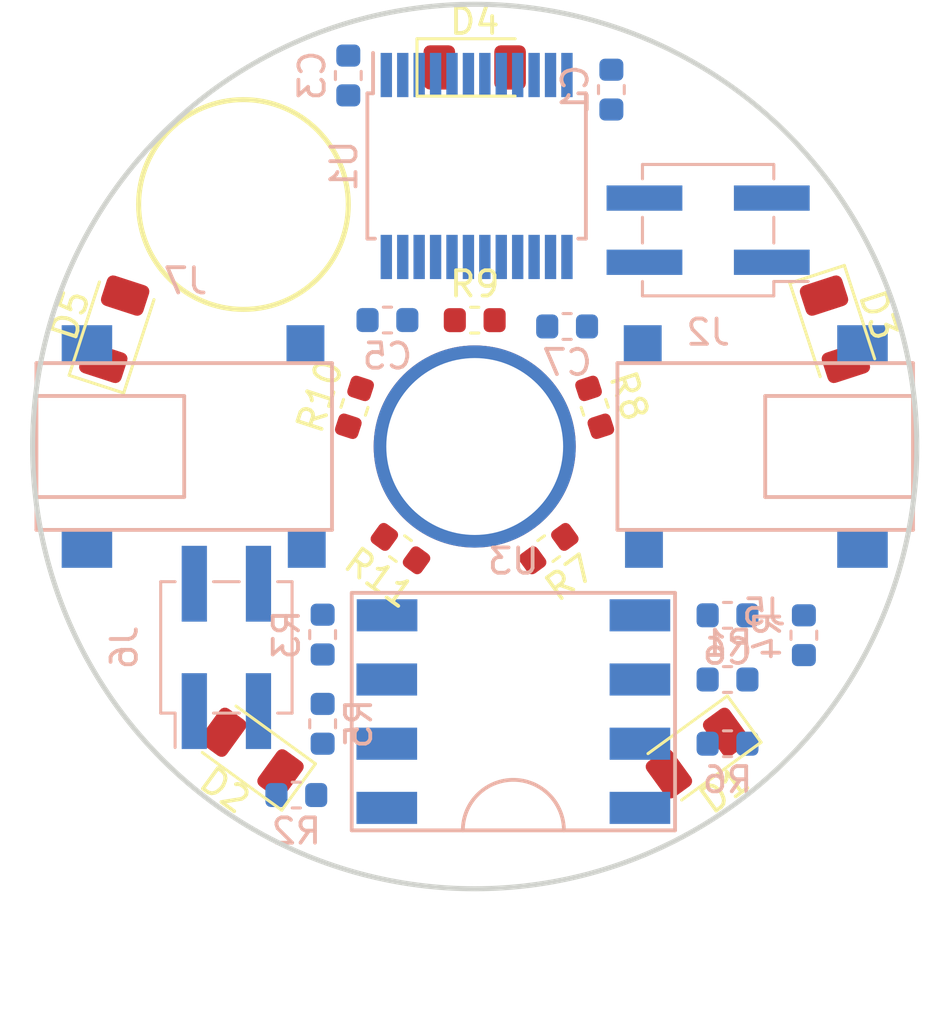
<source format=kicad_pcb>
(kicad_pcb (version 20171130) (host pcbnew 5.0.0-fee4fd1~66~ubuntu18.04.1)

  (general
    (thickness 1.6)
    (drawings 2)
    (tracks 0)
    (zones 0)
    (modules 28)
    (nets 35)
  )

  (page A4)
  (layers
    (0 F.Cu signal)
    (31 B.Cu signal)
    (32 B.Adhes user)
    (33 F.Adhes user)
    (34 B.Paste user)
    (35 F.Paste user)
    (36 B.SilkS user hide)
    (37 F.SilkS user)
    (38 B.Mask user)
    (39 F.Mask user)
    (40 Dwgs.User user)
    (41 Cmts.User user)
    (42 Eco1.User user)
    (43 Eco2.User user)
    (44 Edge.Cuts user)
    (45 Margin user)
    (46 B.CrtYd user hide)
    (47 F.CrtYd user)
    (48 B.Fab user)
    (49 F.Fab user)
  )

  (setup
    (last_trace_width 0.25)
    (trace_clearance 0.2)
    (zone_clearance 0.508)
    (zone_45_only no)
    (trace_min 0.2)
    (segment_width 0.2)
    (edge_width 0.2)
    (via_size 0.8)
    (via_drill 0.4)
    (via_min_size 0.4)
    (via_min_drill 0.3)
    (uvia_size 0.3)
    (uvia_drill 0.1)
    (uvias_allowed no)
    (uvia_min_size 0.2)
    (uvia_min_drill 0.1)
    (pcb_text_width 0.3)
    (pcb_text_size 1.5 1.5)
    (mod_edge_width 0.15)
    (mod_text_size 1 1)
    (mod_text_width 0.15)
    (pad_size 1.5 1.5)
    (pad_drill 0.6)
    (pad_to_mask_clearance 0)
    (aux_axis_origin 0 0)
    (visible_elements FFFFFF7F)
    (pcbplotparams
      (layerselection 0x010fc_ffffffff)
      (usegerberextensions false)
      (usegerberattributes false)
      (usegerberadvancedattributes false)
      (creategerberjobfile false)
      (excludeedgelayer true)
      (linewidth 0.100000)
      (plotframeref false)
      (viasonmask false)
      (mode 1)
      (useauxorigin false)
      (hpglpennumber 1)
      (hpglpenspeed 20)
      (hpglpendiameter 15.000000)
      (psnegative false)
      (psa4output false)
      (plotreference true)
      (plotvalue true)
      (plotinvisibletext false)
      (padsonsilk false)
      (subtractmaskfromsilk false)
      (outputformat 1)
      (mirror false)
      (drillshape 1)
      (scaleselection 1)
      (outputdirectory ""))
  )

  (net 0 "")
  (net 1 "Net-(C1-Pad1)")
  (net 2 /VGND_UPPER)
  (net 3 /GND_UPPER)
  (net 4 /+5V_UPPER)
  (net 5 /LEFT)
  (net 6 "Net-(C5-Pad1)")
  (net 7 "Net-(C6-Pad1)")
  (net 8 /RIGHT)
  (net 9 /5V_UPPER)
  (net 10 "Net-(D1-Pad2)")
  (net 11 "Net-(D1-Pad1)")
  (net 12 "Net-(D2-Pad1)")
  (net 13 "Net-(D2-Pad2)")
  (net 14 "Net-(D3-Pad1)")
  (net 15 "Net-(D3-Pad2)")
  (net 16 "Net-(D4-Pad2)")
  (net 17 "Net-(D4-Pad1)")
  (net 18 "Net-(D5-Pad1)")
  (net 19 "Net-(D5-Pad2)")
  (net 20 "Net-(J2-Pad2)")
  (net 21 "Net-(J2-Pad4)")
  (net 22 "Net-(J5-PadT)")
  (net 23 "Net-(J5-PadR)")
  (net 24 /-12V_UPPER)
  (net 25 /+12V_UPPER)
  (net 26 /RIGHT_IN)
  (net 27 /LEFT_IN)
  (net 28 "Net-(R1-Pad2)")
  (net 29 "Net-(R2-Pad2)")
  (net 30 "Net-(U1-Pad4)")
  (net 31 "Net-(U1-Pad5)")
  (net 32 "Net-(U1-Pad6)")
  (net 33 "Net-(U1-Pad11)")
  (net 34 "Net-(U1-Pad23)")

  (net_class Default "This is the default net class."
    (clearance 0.2)
    (trace_width 0.25)
    (via_dia 0.8)
    (via_drill 0.4)
    (uvia_dia 0.3)
    (uvia_drill 0.1)
    (add_net /+12V_UPPER)
    (add_net /+5V_UPPER)
    (add_net /-12V_UPPER)
    (add_net /5V_UPPER)
    (add_net /GND_UPPER)
    (add_net /LEFT)
    (add_net /LEFT_IN)
    (add_net /RIGHT)
    (add_net /RIGHT_IN)
    (add_net /VGND_UPPER)
    (add_net "Net-(C1-Pad1)")
    (add_net "Net-(C5-Pad1)")
    (add_net "Net-(C6-Pad1)")
    (add_net "Net-(D1-Pad1)")
    (add_net "Net-(D1-Pad2)")
    (add_net "Net-(D2-Pad1)")
    (add_net "Net-(D2-Pad2)")
    (add_net "Net-(D3-Pad1)")
    (add_net "Net-(D3-Pad2)")
    (add_net "Net-(D4-Pad1)")
    (add_net "Net-(D4-Pad2)")
    (add_net "Net-(D5-Pad1)")
    (add_net "Net-(D5-Pad2)")
    (add_net "Net-(J2-Pad2)")
    (add_net "Net-(J2-Pad4)")
    (add_net "Net-(J5-PadR)")
    (add_net "Net-(J5-PadT)")
    (add_net "Net-(R1-Pad2)")
    (add_net "Net-(R2-Pad2)")
    (add_net "Net-(U1-Pad11)")
    (add_net "Net-(U1-Pad23)")
    (add_net "Net-(U1-Pad4)")
    (add_net "Net-(U1-Pad5)")
    (add_net "Net-(U1-Pad6)")
  )

  (module Capacitor_SMD:C_0603_1608Metric (layer B.Cu) (tedit 5B301BBE) (tstamp 5BAA776B)
    (at 105.41 85.8775 270)
    (descr "Capacitor SMD 0603 (1608 Metric), square (rectangular) end terminal, IPC_7351 nominal, (Body size source: http://www.tortai-tech.com/upload/download/2011102023233369053.pdf), generated with kicad-footprint-generator")
    (tags capacitor)
    (path /5B9DA35D)
    (attr smd)
    (fp_text reference C1 (at 0 1.43 270) (layer B.SilkS)
      (effects (font (size 1 1) (thickness 0.15)) (justify mirror))
    )
    (fp_text value 0.1uF (at 0 -1.43 270) (layer B.Fab)
      (effects (font (size 1 1) (thickness 0.15)) (justify mirror))
    )
    (fp_line (start -0.8 -0.4) (end -0.8 0.4) (layer B.Fab) (width 0.1))
    (fp_line (start -0.8 0.4) (end 0.8 0.4) (layer B.Fab) (width 0.1))
    (fp_line (start 0.8 0.4) (end 0.8 -0.4) (layer B.Fab) (width 0.1))
    (fp_line (start 0.8 -0.4) (end -0.8 -0.4) (layer B.Fab) (width 0.1))
    (fp_line (start -0.162779 0.51) (end 0.162779 0.51) (layer B.SilkS) (width 0.12))
    (fp_line (start -0.162779 -0.51) (end 0.162779 -0.51) (layer B.SilkS) (width 0.12))
    (fp_line (start -1.48 -0.73) (end -1.48 0.73) (layer B.CrtYd) (width 0.05))
    (fp_line (start -1.48 0.73) (end 1.48 0.73) (layer B.CrtYd) (width 0.05))
    (fp_line (start 1.48 0.73) (end 1.48 -0.73) (layer B.CrtYd) (width 0.05))
    (fp_line (start 1.48 -0.73) (end -1.48 -0.73) (layer B.CrtYd) (width 0.05))
    (fp_text user %R (at 0 0 270) (layer B.Fab)
      (effects (font (size 0.4 0.4) (thickness 0.06)) (justify mirror))
    )
    (pad 1 smd roundrect (at -0.7875 0 270) (size 0.875 0.95) (layers B.Cu B.Paste B.Mask) (roundrect_rratio 0.25)
      (net 1 "Net-(C1-Pad1)"))
    (pad 2 smd roundrect (at 0.7875 0 270) (size 0.875 0.95) (layers B.Cu B.Paste B.Mask) (roundrect_rratio 0.25)
      (net 2 /VGND_UPPER))
    (model ${KISYS3DMOD}/Capacitor_SMD.3dshapes/C_0603_1608Metric.wrl
      (at (xyz 0 0 0))
      (scale (xyz 1 1 1))
      (rotate (xyz 0 0 0))
    )
  )

  (module Capacitor_SMD:C_0603_1608Metric (layer B.Cu) (tedit 5B301BBE) (tstamp 5BAA777C)
    (at 94.996 85.3185 270)
    (descr "Capacitor SMD 0603 (1608 Metric), square (rectangular) end terminal, IPC_7351 nominal, (Body size source: http://www.tortai-tech.com/upload/download/2011102023233369053.pdf), generated with kicad-footprint-generator")
    (tags capacitor)
    (path /5B9DA179)
    (attr smd)
    (fp_text reference C3 (at 0 1.43 270) (layer B.SilkS)
      (effects (font (size 1 1) (thickness 0.15)) (justify mirror))
    )
    (fp_text value 0.1uF (at 0 -1.43 270) (layer B.Fab)
      (effects (font (size 1 1) (thickness 0.15)) (justify mirror))
    )
    (fp_text user %R (at 0 0 270) (layer B.Fab)
      (effects (font (size 0.4 0.4) (thickness 0.06)) (justify mirror))
    )
    (fp_line (start 1.48 -0.73) (end -1.48 -0.73) (layer B.CrtYd) (width 0.05))
    (fp_line (start 1.48 0.73) (end 1.48 -0.73) (layer B.CrtYd) (width 0.05))
    (fp_line (start -1.48 0.73) (end 1.48 0.73) (layer B.CrtYd) (width 0.05))
    (fp_line (start -1.48 -0.73) (end -1.48 0.73) (layer B.CrtYd) (width 0.05))
    (fp_line (start -0.162779 -0.51) (end 0.162779 -0.51) (layer B.SilkS) (width 0.12))
    (fp_line (start -0.162779 0.51) (end 0.162779 0.51) (layer B.SilkS) (width 0.12))
    (fp_line (start 0.8 -0.4) (end -0.8 -0.4) (layer B.Fab) (width 0.1))
    (fp_line (start 0.8 0.4) (end 0.8 -0.4) (layer B.Fab) (width 0.1))
    (fp_line (start -0.8 0.4) (end 0.8 0.4) (layer B.Fab) (width 0.1))
    (fp_line (start -0.8 -0.4) (end -0.8 0.4) (layer B.Fab) (width 0.1))
    (pad 2 smd roundrect (at 0.7875 0 270) (size 0.875 0.95) (layers B.Cu B.Paste B.Mask) (roundrect_rratio 0.25)
      (net 3 /GND_UPPER))
    (pad 1 smd roundrect (at -0.7875 0 270) (size 0.875 0.95) (layers B.Cu B.Paste B.Mask) (roundrect_rratio 0.25)
      (net 4 /+5V_UPPER))
    (model ${KISYS3DMOD}/Capacitor_SMD.3dshapes/C_0603_1608Metric.wrl
      (at (xyz 0 0 0))
      (scale (xyz 1 1 1))
      (rotate (xyz 0 0 0))
    )
  )

  (module Capacitor_SMD:C_0603_1608Metric (layer B.Cu) (tedit 5B301BBE) (tstamp 5BAA778D)
    (at 96.5455 94.996)
    (descr "Capacitor SMD 0603 (1608 Metric), square (rectangular) end terminal, IPC_7351 nominal, (Body size source: http://www.tortai-tech.com/upload/download/2011102023233369053.pdf), generated with kicad-footprint-generator")
    (tags capacitor)
    (path /5B989564)
    (attr smd)
    (fp_text reference C5 (at 0 1.43) (layer B.SilkS)
      (effects (font (size 1 1) (thickness 0.15)) (justify mirror))
    )
    (fp_text value 0.22uF (at 0 -1.43) (layer B.Fab)
      (effects (font (size 1 1) (thickness 0.15)) (justify mirror))
    )
    (fp_text user %R (at 0 0) (layer B.Fab)
      (effects (font (size 0.4 0.4) (thickness 0.06)) (justify mirror))
    )
    (fp_line (start 1.48 -0.73) (end -1.48 -0.73) (layer B.CrtYd) (width 0.05))
    (fp_line (start 1.48 0.73) (end 1.48 -0.73) (layer B.CrtYd) (width 0.05))
    (fp_line (start -1.48 0.73) (end 1.48 0.73) (layer B.CrtYd) (width 0.05))
    (fp_line (start -1.48 -0.73) (end -1.48 0.73) (layer B.CrtYd) (width 0.05))
    (fp_line (start -0.162779 -0.51) (end 0.162779 -0.51) (layer B.SilkS) (width 0.12))
    (fp_line (start -0.162779 0.51) (end 0.162779 0.51) (layer B.SilkS) (width 0.12))
    (fp_line (start 0.8 -0.4) (end -0.8 -0.4) (layer B.Fab) (width 0.1))
    (fp_line (start 0.8 0.4) (end 0.8 -0.4) (layer B.Fab) (width 0.1))
    (fp_line (start -0.8 0.4) (end 0.8 0.4) (layer B.Fab) (width 0.1))
    (fp_line (start -0.8 -0.4) (end -0.8 0.4) (layer B.Fab) (width 0.1))
    (pad 2 smd roundrect (at 0.7875 0) (size 0.875 0.95) (layers B.Cu B.Paste B.Mask) (roundrect_rratio 0.25)
      (net 5 /LEFT))
    (pad 1 smd roundrect (at -0.7875 0) (size 0.875 0.95) (layers B.Cu B.Paste B.Mask) (roundrect_rratio 0.25)
      (net 6 "Net-(C5-Pad1)"))
    (model ${KISYS3DMOD}/Capacitor_SMD.3dshapes/C_0603_1608Metric.wrl
      (at (xyz 0 0 0))
      (scale (xyz 1 1 1))
      (rotate (xyz 0 0 0))
    )
  )

  (module Capacitor_SMD:C_0603_1608Metric (layer B.Cu) (tedit 5B301BBE) (tstamp 5BAA779E)
    (at 110.0075 106.68)
    (descr "Capacitor SMD 0603 (1608 Metric), square (rectangular) end terminal, IPC_7351 nominal, (Body size source: http://www.tortai-tech.com/upload/download/2011102023233369053.pdf), generated with kicad-footprint-generator")
    (tags capacitor)
    (path /5B9895F7)
    (attr smd)
    (fp_text reference C6 (at 0 1.43) (layer B.SilkS)
      (effects (font (size 1 1) (thickness 0.15)) (justify mirror))
    )
    (fp_text value 0.22uF (at 0 -1.43) (layer B.Fab)
      (effects (font (size 1 1) (thickness 0.15)) (justify mirror))
    )
    (fp_line (start -0.8 -0.4) (end -0.8 0.4) (layer B.Fab) (width 0.1))
    (fp_line (start -0.8 0.4) (end 0.8 0.4) (layer B.Fab) (width 0.1))
    (fp_line (start 0.8 0.4) (end 0.8 -0.4) (layer B.Fab) (width 0.1))
    (fp_line (start 0.8 -0.4) (end -0.8 -0.4) (layer B.Fab) (width 0.1))
    (fp_line (start -0.162779 0.51) (end 0.162779 0.51) (layer B.SilkS) (width 0.12))
    (fp_line (start -0.162779 -0.51) (end 0.162779 -0.51) (layer B.SilkS) (width 0.12))
    (fp_line (start -1.48 -0.73) (end -1.48 0.73) (layer B.CrtYd) (width 0.05))
    (fp_line (start -1.48 0.73) (end 1.48 0.73) (layer B.CrtYd) (width 0.05))
    (fp_line (start 1.48 0.73) (end 1.48 -0.73) (layer B.CrtYd) (width 0.05))
    (fp_line (start 1.48 -0.73) (end -1.48 -0.73) (layer B.CrtYd) (width 0.05))
    (fp_text user %R (at 0 0) (layer B.Fab)
      (effects (font (size 0.4 0.4) (thickness 0.06)) (justify mirror))
    )
    (pad 1 smd roundrect (at -0.7875 0) (size 0.875 0.95) (layers B.Cu B.Paste B.Mask) (roundrect_rratio 0.25)
      (net 7 "Net-(C6-Pad1)"))
    (pad 2 smd roundrect (at 0.7875 0) (size 0.875 0.95) (layers B.Cu B.Paste B.Mask) (roundrect_rratio 0.25)
      (net 8 /RIGHT))
    (model ${KISYS3DMOD}/Capacitor_SMD.3dshapes/C_0603_1608Metric.wrl
      (at (xyz 0 0 0))
      (scale (xyz 1 1 1))
      (rotate (xyz 0 0 0))
    )
  )

  (module Capacitor_SMD:C_0603_1608Metric (layer B.Cu) (tedit 5B301BBE) (tstamp 5BAA77AF)
    (at 103.6575 95.25)
    (descr "Capacitor SMD 0603 (1608 Metric), square (rectangular) end terminal, IPC_7351 nominal, (Body size source: http://www.tortai-tech.com/upload/download/2011102023233369053.pdf), generated with kicad-footprint-generator")
    (tags capacitor)
    (path /5B9D4FAA)
    (attr smd)
    (fp_text reference C7 (at 0 1.43) (layer B.SilkS)
      (effects (font (size 1 1) (thickness 0.15)) (justify mirror))
    )
    (fp_text value 0.1uF (at 0 -1.43) (layer B.Fab)
      (effects (font (size 1 1) (thickness 0.15)) (justify mirror))
    )
    (fp_line (start -0.8 -0.4) (end -0.8 0.4) (layer B.Fab) (width 0.1))
    (fp_line (start -0.8 0.4) (end 0.8 0.4) (layer B.Fab) (width 0.1))
    (fp_line (start 0.8 0.4) (end 0.8 -0.4) (layer B.Fab) (width 0.1))
    (fp_line (start 0.8 -0.4) (end -0.8 -0.4) (layer B.Fab) (width 0.1))
    (fp_line (start -0.162779 0.51) (end 0.162779 0.51) (layer B.SilkS) (width 0.12))
    (fp_line (start -0.162779 -0.51) (end 0.162779 -0.51) (layer B.SilkS) (width 0.12))
    (fp_line (start -1.48 -0.73) (end -1.48 0.73) (layer B.CrtYd) (width 0.05))
    (fp_line (start -1.48 0.73) (end 1.48 0.73) (layer B.CrtYd) (width 0.05))
    (fp_line (start 1.48 0.73) (end 1.48 -0.73) (layer B.CrtYd) (width 0.05))
    (fp_line (start 1.48 -0.73) (end -1.48 -0.73) (layer B.CrtYd) (width 0.05))
    (fp_text user %R (at 0 0) (layer B.Fab)
      (effects (font (size 0.4 0.4) (thickness 0.06)) (justify mirror))
    )
    (pad 1 smd roundrect (at -0.7875 0) (size 0.875 0.95) (layers B.Cu B.Paste B.Mask) (roundrect_rratio 0.25)
      (net 2 /VGND_UPPER))
    (pad 2 smd roundrect (at 0.7875 0) (size 0.875 0.95) (layers B.Cu B.Paste B.Mask) (roundrect_rratio 0.25)
      (net 9 /5V_UPPER))
    (model ${KISYS3DMOD}/Capacitor_SMD.3dshapes/C_0603_1608Metric.wrl
      (at (xyz 0 0 0))
      (scale (xyz 1 1 1))
      (rotate (xyz 0 0 0))
    )
  )

  (module LED_SMD:LED_1206_3216Metric (layer F.Cu) (tedit 5B301BBE) (tstamp 5BB68CF9)
    (at 108.82 112.13 216)
    (descr "LED SMD 1206 (3216 Metric), square (rectangular) end terminal, IPC_7351 nominal, (Body size source: http://www.tortai-tech.com/upload/download/2011102023233369053.pdf), generated with kicad-footprint-generator")
    (tags diode)
    (path /5B9A6417)
    (attr smd)
    (fp_text reference D1 (at 0 -1.82 216) (layer F.SilkS)
      (effects (font (size 1 1) (thickness 0.15)))
    )
    (fp_text value LED (at 0 1.82 216) (layer F.Fab)
      (effects (font (size 1 1) (thickness 0.15)))
    )
    (fp_text user %R (at 0 0 216) (layer F.Fab)
      (effects (font (size 0.8 0.8) (thickness 0.12)))
    )
    (fp_line (start 2.28 1.12) (end -2.28 1.12) (layer F.CrtYd) (width 0.05))
    (fp_line (start 2.28 -1.12) (end 2.28 1.12) (layer F.CrtYd) (width 0.05))
    (fp_line (start -2.28 -1.12) (end 2.28 -1.12) (layer F.CrtYd) (width 0.05))
    (fp_line (start -2.28 1.12) (end -2.28 -1.12) (layer F.CrtYd) (width 0.05))
    (fp_line (start -2.285 1.135) (end 1.6 1.135) (layer F.SilkS) (width 0.12))
    (fp_line (start -2.285 -1.135) (end -2.285 1.135) (layer F.SilkS) (width 0.12))
    (fp_line (start 1.6 -1.135) (end -2.285 -1.135) (layer F.SilkS) (width 0.12))
    (fp_line (start 1.6 0.8) (end 1.6 -0.8) (layer F.Fab) (width 0.1))
    (fp_line (start -1.6 0.8) (end 1.6 0.8) (layer F.Fab) (width 0.1))
    (fp_line (start -1.6 -0.4) (end -1.6 0.8) (layer F.Fab) (width 0.1))
    (fp_line (start -1.2 -0.8) (end -1.6 -0.4) (layer F.Fab) (width 0.1))
    (fp_line (start 1.6 -0.8) (end -1.2 -0.8) (layer F.Fab) (width 0.1))
    (pad 2 smd roundrect (at 1.4 0 216) (size 1.25 1.75) (layers F.Cu F.Paste F.Mask) (roundrect_rratio 0.2)
      (net 10 "Net-(D1-Pad2)"))
    (pad 1 smd roundrect (at -1.4 0 216) (size 1.25 1.75) (layers F.Cu F.Paste F.Mask) (roundrect_rratio 0.2)
      (net 11 "Net-(D1-Pad1)"))
    (model ${KISYS3DMOD}/LED_SMD.3dshapes/LED_1206_3216Metric.wrl
      (at (xyz 0 0 0))
      (scale (xyz 1 1 1))
      (rotate (xyz 0 0 0))
    )
  )

  (module LED_SMD:LED_1206_3216Metric (layer F.Cu) (tedit 5B301BBE) (tstamp 5BAA77D5)
    (at 91.18 112.13 144)
    (descr "LED SMD 1206 (3216 Metric), square (rectangular) end terminal, IPC_7351 nominal, (Body size source: http://www.tortai-tech.com/upload/download/2011102023233369053.pdf), generated with kicad-footprint-generator")
    (tags diode)
    (path /5B9A65E7)
    (attr smd)
    (fp_text reference D2 (at 0 -1.82 144) (layer F.SilkS)
      (effects (font (size 1 1) (thickness 0.15)))
    )
    (fp_text value LED (at 0 1.82 144) (layer F.Fab)
      (effects (font (size 1 1) (thickness 0.15)))
    )
    (fp_line (start 1.6 -0.8) (end -1.2 -0.8) (layer F.Fab) (width 0.1))
    (fp_line (start -1.2 -0.8) (end -1.6 -0.4) (layer F.Fab) (width 0.1))
    (fp_line (start -1.6 -0.4) (end -1.6 0.8) (layer F.Fab) (width 0.1))
    (fp_line (start -1.6 0.8) (end 1.6 0.8) (layer F.Fab) (width 0.1))
    (fp_line (start 1.6 0.8) (end 1.6 -0.8) (layer F.Fab) (width 0.1))
    (fp_line (start 1.6 -1.135) (end -2.285001 -1.135) (layer F.SilkS) (width 0.12))
    (fp_line (start -2.285001 -1.135) (end -2.285 1.135) (layer F.SilkS) (width 0.12))
    (fp_line (start -2.285 1.135) (end 1.6 1.135) (layer F.SilkS) (width 0.12))
    (fp_line (start -2.28 1.12) (end -2.28 -1.12) (layer F.CrtYd) (width 0.05))
    (fp_line (start -2.28 -1.12) (end 2.28 -1.12) (layer F.CrtYd) (width 0.05))
    (fp_line (start 2.28 -1.12) (end 2.28 1.12) (layer F.CrtYd) (width 0.05))
    (fp_line (start 2.28 1.12) (end -2.28 1.12) (layer F.CrtYd) (width 0.05))
    (fp_text user %R (at 0 0 144) (layer F.Fab)
      (effects (font (size 0.8 0.8) (thickness 0.12)))
    )
    (pad 1 smd roundrect (at -1.4 0 144) (size 1.25 1.75) (layers F.Cu F.Paste F.Mask) (roundrect_rratio 0.2)
      (net 12 "Net-(D2-Pad1)"))
    (pad 2 smd roundrect (at 1.4 0 144) (size 1.25 1.75) (layers F.Cu F.Paste F.Mask) (roundrect_rratio 0.2)
      (net 13 "Net-(D2-Pad2)"))
    (model ${KISYS3DMOD}/LED_SMD.3dshapes/LED_1206_3216Metric.wrl
      (at (xyz 0 0 0))
      (scale (xyz 1 1 1))
      (rotate (xyz 0 0 0))
    )
  )

  (module LED_SMD:LED_1206_3216Metric (layer F.Cu) (tedit 5B301BBE) (tstamp 5BB6A01A)
    (at 114.26 95.36 288)
    (descr "LED SMD 1206 (3216 Metric), square (rectangular) end terminal, IPC_7351 nominal, (Body size source: http://www.tortai-tech.com/upload/download/2011102023233369053.pdf), generated with kicad-footprint-generator")
    (tags diode)
    (path /5B9A64A5)
    (attr smd)
    (fp_text reference D3 (at 0 -1.82 288) (layer F.SilkS)
      (effects (font (size 1 1) (thickness 0.15)))
    )
    (fp_text value LED (at 0 1.82 288) (layer F.Fab)
      (effects (font (size 1 1) (thickness 0.15)))
    )
    (fp_line (start 1.6 -0.8) (end -1.2 -0.8) (layer F.Fab) (width 0.1))
    (fp_line (start -1.2 -0.8) (end -1.6 -0.4) (layer F.Fab) (width 0.1))
    (fp_line (start -1.6 -0.4) (end -1.6 0.8) (layer F.Fab) (width 0.1))
    (fp_line (start -1.6 0.8) (end 1.6 0.8) (layer F.Fab) (width 0.1))
    (fp_line (start 1.6 0.8) (end 1.6 -0.8) (layer F.Fab) (width 0.1))
    (fp_line (start 1.6 -1.135) (end -2.285 -1.135) (layer F.SilkS) (width 0.12))
    (fp_line (start -2.285 -1.135) (end -2.285 1.135) (layer F.SilkS) (width 0.12))
    (fp_line (start -2.285 1.135) (end 1.6 1.135) (layer F.SilkS) (width 0.12))
    (fp_line (start -2.28 1.12) (end -2.28 -1.12) (layer F.CrtYd) (width 0.05))
    (fp_line (start -2.28 -1.12) (end 2.28 -1.12) (layer F.CrtYd) (width 0.05))
    (fp_line (start 2.28 -1.12) (end 2.28 1.12) (layer F.CrtYd) (width 0.05))
    (fp_line (start 2.28 1.12) (end -2.28 1.12) (layer F.CrtYd) (width 0.05))
    (fp_text user %R (at 0 0 288) (layer F.Fab)
      (effects (font (size 0.8 0.8) (thickness 0.12)))
    )
    (pad 1 smd roundrect (at -1.4 0 288) (size 1.25 1.75) (layers F.Cu F.Paste F.Mask) (roundrect_rratio 0.2)
      (net 14 "Net-(D3-Pad1)"))
    (pad 2 smd roundrect (at 1.4 0 288) (size 1.25 1.75) (layers F.Cu F.Paste F.Mask) (roundrect_rratio 0.2)
      (net 15 "Net-(D3-Pad2)"))
    (model ${KISYS3DMOD}/LED_SMD.3dshapes/LED_1206_3216Metric.wrl
      (at (xyz 0 0 0))
      (scale (xyz 1 1 1))
      (rotate (xyz 0 0 0))
    )
  )

  (module LED_SMD:LED_1206_3216Metric (layer F.Cu) (tedit 5B301BBE) (tstamp 5BAA77FB)
    (at 100 85)
    (descr "LED SMD 1206 (3216 Metric), square (rectangular) end terminal, IPC_7351 nominal, (Body size source: http://www.tortai-tech.com/upload/download/2011102023233369053.pdf), generated with kicad-footprint-generator")
    (tags diode)
    (path /5B9A64EB)
    (attr smd)
    (fp_text reference D4 (at 0 -1.82) (layer F.SilkS)
      (effects (font (size 1 1) (thickness 0.15)))
    )
    (fp_text value LED (at 0 1.82) (layer F.Fab)
      (effects (font (size 1 1) (thickness 0.15)))
    )
    (fp_text user %R (at 0 0) (layer F.Fab)
      (effects (font (size 0.8 0.8) (thickness 0.12)))
    )
    (fp_line (start 2.28 1.12) (end -2.28 1.12) (layer F.CrtYd) (width 0.05))
    (fp_line (start 2.28 -1.12) (end 2.28 1.12) (layer F.CrtYd) (width 0.05))
    (fp_line (start -2.28 -1.12) (end 2.28 -1.12) (layer F.CrtYd) (width 0.05))
    (fp_line (start -2.28 1.12) (end -2.28 -1.12) (layer F.CrtYd) (width 0.05))
    (fp_line (start -2.285 1.135) (end 1.6 1.135) (layer F.SilkS) (width 0.12))
    (fp_line (start -2.285 -1.135) (end -2.285 1.135) (layer F.SilkS) (width 0.12))
    (fp_line (start 1.6 -1.135) (end -2.285 -1.135) (layer F.SilkS) (width 0.12))
    (fp_line (start 1.6 0.8) (end 1.6 -0.8) (layer F.Fab) (width 0.1))
    (fp_line (start -1.6 0.8) (end 1.6 0.8) (layer F.Fab) (width 0.1))
    (fp_line (start -1.6 -0.4) (end -1.6 0.8) (layer F.Fab) (width 0.1))
    (fp_line (start -1.2 -0.8) (end -1.6 -0.4) (layer F.Fab) (width 0.1))
    (fp_line (start 1.6 -0.8) (end -1.2 -0.8) (layer F.Fab) (width 0.1))
    (pad 2 smd roundrect (at 1.4 0) (size 1.25 1.75) (layers F.Cu F.Paste F.Mask) (roundrect_rratio 0.2)
      (net 16 "Net-(D4-Pad2)"))
    (pad 1 smd roundrect (at -1.4 0) (size 1.25 1.75) (layers F.Cu F.Paste F.Mask) (roundrect_rratio 0.2)
      (net 17 "Net-(D4-Pad1)"))
    (model ${KISYS3DMOD}/LED_SMD.3dshapes/LED_1206_3216Metric.wrl
      (at (xyz 0 0 0))
      (scale (xyz 1 1 1))
      (rotate (xyz 0 0 0))
    )
  )

  (module LED_SMD:LED_1206_3216Metric (layer F.Cu) (tedit 5B301BBE) (tstamp 5BAA780E)
    (at 85.73 95.36 72)
    (descr "LED SMD 1206 (3216 Metric), square (rectangular) end terminal, IPC_7351 nominal, (Body size source: http://www.tortai-tech.com/upload/download/2011102023233369053.pdf), generated with kicad-footprint-generator")
    (tags diode)
    (path /5B9A6563)
    (attr smd)
    (fp_text reference D5 (at 0 -1.82 72) (layer F.SilkS)
      (effects (font (size 1 1) (thickness 0.15)))
    )
    (fp_text value LED (at 0 1.82 72) (layer F.Fab)
      (effects (font (size 1 1) (thickness 0.15)))
    )
    (fp_line (start 1.6 -0.8) (end -1.2 -0.8) (layer F.Fab) (width 0.1))
    (fp_line (start -1.2 -0.8) (end -1.6 -0.4) (layer F.Fab) (width 0.1))
    (fp_line (start -1.6 -0.4) (end -1.6 0.8) (layer F.Fab) (width 0.1))
    (fp_line (start -1.6 0.8) (end 1.6 0.8) (layer F.Fab) (width 0.1))
    (fp_line (start 1.6 0.8) (end 1.6 -0.8) (layer F.Fab) (width 0.1))
    (fp_line (start 1.6 -1.135) (end -2.285 -1.135) (layer F.SilkS) (width 0.12))
    (fp_line (start -2.285 -1.135) (end -2.285 1.135) (layer F.SilkS) (width 0.12))
    (fp_line (start -2.285 1.135) (end 1.6 1.135) (layer F.SilkS) (width 0.12))
    (fp_line (start -2.28 1.12) (end -2.28 -1.12) (layer F.CrtYd) (width 0.05))
    (fp_line (start -2.28 -1.12) (end 2.28 -1.12) (layer F.CrtYd) (width 0.05))
    (fp_line (start 2.28 -1.12) (end 2.28 1.12) (layer F.CrtYd) (width 0.05))
    (fp_line (start 2.28 1.12) (end -2.28 1.12) (layer F.CrtYd) (width 0.05))
    (fp_text user %R (at 0 0 72) (layer F.Fab)
      (effects (font (size 0.8 0.8) (thickness 0.12)))
    )
    (pad 1 smd roundrect (at -1.4 0 72) (size 1.25 1.75) (layers F.Cu F.Paste F.Mask) (roundrect_rratio 0.2)
      (net 18 "Net-(D5-Pad1)"))
    (pad 2 smd roundrect (at 1.4 0 72) (size 1.25 1.75) (layers F.Cu F.Paste F.Mask) (roundrect_rratio 0.2)
      (net 19 "Net-(D5-Pad2)"))
    (model ${KISYS3DMOD}/LED_SMD.3dshapes/LED_1206_3216Metric.wrl
      (at (xyz 0 0 0))
      (scale (xyz 1 1 1))
      (rotate (xyz 0 0 0))
    )
  )

  (module Connector_PinSocket_2.54mm:PinSocket_2x02_P2.54mm_Vertical_SMD (layer B.Cu) (tedit 5A19A426) (tstamp 5BAA7835)
    (at 109.24 91.44)
    (descr "surface-mounted straight socket strip, 2x02, 2.54mm pitch, double cols (from Kicad 4.0.7), script generated")
    (tags "Surface mounted socket strip SMD 2x02 2.54mm double row")
    (path /5B9A09E6)
    (attr smd)
    (fp_text reference J2 (at 0 4.04) (layer B.SilkS)
      (effects (font (size 1 1) (thickness 0.15)) (justify mirror))
    )
    (fp_text value Conn_02x02_Odd_Even (at 0 -4.04) (layer B.Fab)
      (effects (font (size 1 1) (thickness 0.15)) (justify mirror))
    )
    (fp_line (start -2.6 2.6) (end 2.6 2.6) (layer B.SilkS) (width 0.12))
    (fp_line (start 2.6 2.6) (end 2.6 2.03) (layer B.SilkS) (width 0.12))
    (fp_line (start 2.6 0.51) (end 2.6 -0.51) (layer B.SilkS) (width 0.12))
    (fp_line (start 2.6 -2.03) (end 2.6 -2.6) (layer B.SilkS) (width 0.12))
    (fp_line (start -2.6 -2.6) (end 2.6 -2.6) (layer B.SilkS) (width 0.12))
    (fp_line (start -2.6 2.6) (end -2.6 2.03) (layer B.SilkS) (width 0.12))
    (fp_line (start -2.6 0.51) (end -2.6 -0.51) (layer B.SilkS) (width 0.12))
    (fp_line (start -2.6 -2.03) (end -2.6 -2.6) (layer B.SilkS) (width 0.12))
    (fp_line (start 2.6 2.03) (end 3.96 2.03) (layer B.SilkS) (width 0.12))
    (fp_line (start -2.54 2.54) (end 1.54 2.54) (layer B.Fab) (width 0.1))
    (fp_line (start 1.54 2.54) (end 2.54 1.54) (layer B.Fab) (width 0.1))
    (fp_line (start 2.54 1.54) (end 2.54 -2.54) (layer B.Fab) (width 0.1))
    (fp_line (start 2.54 -2.54) (end -2.54 -2.54) (layer B.Fab) (width 0.1))
    (fp_line (start -2.54 -2.54) (end -2.54 2.54) (layer B.Fab) (width 0.1))
    (fp_line (start -3.92 1.59) (end -2.54 1.59) (layer B.Fab) (width 0.1))
    (fp_line (start -2.54 0.95) (end -3.92 0.95) (layer B.Fab) (width 0.1))
    (fp_line (start -3.92 0.95) (end -3.92 1.59) (layer B.Fab) (width 0.1))
    (fp_line (start 2.54 1.59) (end 3.92 1.59) (layer B.Fab) (width 0.1))
    (fp_line (start 3.92 1.59) (end 3.92 0.95) (layer B.Fab) (width 0.1))
    (fp_line (start 3.92 0.95) (end 2.54 0.95) (layer B.Fab) (width 0.1))
    (fp_line (start -3.92 -0.95) (end -2.54 -0.95) (layer B.Fab) (width 0.1))
    (fp_line (start -2.54 -1.59) (end -3.92 -1.59) (layer B.Fab) (width 0.1))
    (fp_line (start -3.92 -1.59) (end -3.92 -0.95) (layer B.Fab) (width 0.1))
    (fp_line (start 2.54 -0.95) (end 3.92 -0.95) (layer B.Fab) (width 0.1))
    (fp_line (start 3.92 -0.95) (end 3.92 -1.59) (layer B.Fab) (width 0.1))
    (fp_line (start 3.92 -1.59) (end 2.54 -1.59) (layer B.Fab) (width 0.1))
    (fp_line (start -4.55 3.05) (end 4.5 3.05) (layer B.CrtYd) (width 0.05))
    (fp_line (start 4.5 3.05) (end 4.5 -3.05) (layer B.CrtYd) (width 0.05))
    (fp_line (start 4.5 -3.05) (end -4.55 -3.05) (layer B.CrtYd) (width 0.05))
    (fp_line (start -4.55 -3.05) (end -4.55 3.05) (layer B.CrtYd) (width 0.05))
    (fp_text user %R (at 0 0 -90) (layer B.Fab)
      (effects (font (size 1 1) (thickness 0.15)) (justify mirror))
    )
    (pad 1 smd rect (at 2.52 1.27) (size 3 1) (layers B.Cu B.Paste B.Mask)
      (net 2 /VGND_UPPER))
    (pad 2 smd rect (at -2.52 1.27) (size 3 1) (layers B.Cu B.Paste B.Mask)
      (net 20 "Net-(J2-Pad2)"))
    (pad 3 smd rect (at 2.52 -1.27) (size 3 1) (layers B.Cu B.Paste B.Mask)
      (net 2 /VGND_UPPER))
    (pad 4 smd rect (at -2.52 -1.27) (size 3 1) (layers B.Cu B.Paste B.Mask)
      (net 21 "Net-(J2-Pad4)"))
    (model ${KISYS3DMOD}/Connector_PinSocket_2.54mm.3dshapes/PinSocket_2x02_P2.54mm_Vertical_SMD.wrl
      (at (xyz 0 0 0))
      (scale (xyz 1 1 1))
      (rotate (xyz 0 0 0))
    )
  )

  (module footprints:STEREO_JACK_SMD (layer B.Cu) (tedit 5BA143F9) (tstamp 5BAA7844)
    (at 111.5 100 180)
    (path /5B982D25)
    (fp_text reference J5 (at 0.05 -6.55 180) (layer B.SilkS)
      (effects (font (size 1 1) (thickness 0.15)) (justify mirror))
    )
    (fp_text value AudioJack3_Ground (at 0 6.4 180) (layer B.Fab)
      (effects (font (size 1 1) (thickness 0.15)) (justify mirror))
    )
    (fp_line (start -5.85 3.3) (end 5.85 3.3) (layer B.SilkS) (width 0.15))
    (fp_line (start 5.85 3.3) (end 5.85 -3.3) (layer B.SilkS) (width 0.15))
    (fp_line (start -5.85 -3.3) (end 5.85 -3.3) (layer B.SilkS) (width 0.15))
    (fp_line (start -5.85 3.3) (end -5.85 -3.3) (layer B.SilkS) (width 0.15))
    (fp_line (start -5.85 2) (end 0 2) (layer B.SilkS) (width 0.15))
    (fp_line (start 0 2) (end 0 -2) (layer B.SilkS) (width 0.15))
    (fp_line (start 0 -2) (end -5.85 -2) (layer B.SilkS) (width 0.15))
    (pad T smd rect (at 4.85 4.05 180) (size 1.5 1.5) (layers B.Cu B.Paste B.Mask)
      (net 22 "Net-(J5-PadT)"))
    (pad S smd rect (at -3.85 4.05 180) (size 2 1.5) (layers B.Cu B.Paste B.Mask)
      (net 2 /VGND_UPPER))
    (pad S smd rect (at -3.85 -4.05 180) (size 2 1.5) (layers B.Cu B.Paste B.Mask)
      (net 2 /VGND_UPPER))
    (pad R smd rect (at 4.8 -4.05 180) (size 1.5 1.5) (layers B.Cu B.Paste B.Mask)
      (net 23 "Net-(J5-PadR)"))
  )

  (module Connector_PinSocket_2.54mm:PinSocket_2x02_P2.54mm_Vertical_SMD (layer B.Cu) (tedit 5A19A426) (tstamp 5BB68511)
    (at 90.17 107.95 270)
    (descr "surface-mounted straight socket strip, 2x02, 2.54mm pitch, double cols (from Kicad 4.0.7), script generated")
    (tags "Surface mounted socket strip SMD 2x02 2.54mm double row")
    (path /5BA022FD)
    (attr smd)
    (fp_text reference J6 (at 0 4.04 270) (layer B.SilkS)
      (effects (font (size 1 1) (thickness 0.15)) (justify mirror))
    )
    (fp_text value Conn_02x02_Odd_Even (at 0 -4.04 270) (layer B.Fab)
      (effects (font (size 1 1) (thickness 0.15)) (justify mirror))
    )
    (fp_text user %R (at 0 0 180) (layer B.Fab)
      (effects (font (size 1 1) (thickness 0.15)) (justify mirror))
    )
    (fp_line (start -4.55 -3.05) (end -4.55 3.05) (layer B.CrtYd) (width 0.05))
    (fp_line (start 4.5 -3.05) (end -4.55 -3.05) (layer B.CrtYd) (width 0.05))
    (fp_line (start 4.5 3.05) (end 4.5 -3.05) (layer B.CrtYd) (width 0.05))
    (fp_line (start -4.55 3.05) (end 4.5 3.05) (layer B.CrtYd) (width 0.05))
    (fp_line (start 3.92 -1.59) (end 2.54 -1.59) (layer B.Fab) (width 0.1))
    (fp_line (start 3.92 -0.95) (end 3.92 -1.59) (layer B.Fab) (width 0.1))
    (fp_line (start 2.54 -0.95) (end 3.92 -0.95) (layer B.Fab) (width 0.1))
    (fp_line (start -3.92 -1.59) (end -3.92 -0.95) (layer B.Fab) (width 0.1))
    (fp_line (start -2.54 -1.59) (end -3.92 -1.59) (layer B.Fab) (width 0.1))
    (fp_line (start -3.92 -0.95) (end -2.54 -0.95) (layer B.Fab) (width 0.1))
    (fp_line (start 3.92 0.95) (end 2.54 0.95) (layer B.Fab) (width 0.1))
    (fp_line (start 3.92 1.59) (end 3.92 0.95) (layer B.Fab) (width 0.1))
    (fp_line (start 2.54 1.59) (end 3.92 1.59) (layer B.Fab) (width 0.1))
    (fp_line (start -3.92 0.95) (end -3.92 1.59) (layer B.Fab) (width 0.1))
    (fp_line (start -2.54 0.95) (end -3.92 0.95) (layer B.Fab) (width 0.1))
    (fp_line (start -3.92 1.59) (end -2.54 1.59) (layer B.Fab) (width 0.1))
    (fp_line (start -2.54 -2.54) (end -2.54 2.54) (layer B.Fab) (width 0.1))
    (fp_line (start 2.54 -2.54) (end -2.54 -2.54) (layer B.Fab) (width 0.1))
    (fp_line (start 2.54 1.54) (end 2.54 -2.54) (layer B.Fab) (width 0.1))
    (fp_line (start 1.54 2.54) (end 2.54 1.54) (layer B.Fab) (width 0.1))
    (fp_line (start -2.54 2.54) (end 1.54 2.54) (layer B.Fab) (width 0.1))
    (fp_line (start 2.6 2.03) (end 3.96 2.03) (layer B.SilkS) (width 0.12))
    (fp_line (start -2.6 -2.03) (end -2.6 -2.6) (layer B.SilkS) (width 0.12))
    (fp_line (start -2.6 0.51) (end -2.6 -0.51) (layer B.SilkS) (width 0.12))
    (fp_line (start -2.6 2.6) (end -2.6 2.03) (layer B.SilkS) (width 0.12))
    (fp_line (start -2.6 -2.6) (end 2.6 -2.6) (layer B.SilkS) (width 0.12))
    (fp_line (start 2.6 -2.03) (end 2.6 -2.6) (layer B.SilkS) (width 0.12))
    (fp_line (start 2.6 0.51) (end 2.6 -0.51) (layer B.SilkS) (width 0.12))
    (fp_line (start 2.6 2.6) (end 2.6 2.03) (layer B.SilkS) (width 0.12))
    (fp_line (start -2.6 2.6) (end 2.6 2.6) (layer B.SilkS) (width 0.12))
    (pad 4 smd rect (at -2.52 -1.27 270) (size 3 1) (layers B.Cu B.Paste B.Mask)
      (net 2 /VGND_UPPER))
    (pad 3 smd rect (at 2.52 -1.27 270) (size 3 1) (layers B.Cu B.Paste B.Mask)
      (net 24 /-12V_UPPER))
    (pad 2 smd rect (at -2.52 1.27 270) (size 3 1) (layers B.Cu B.Paste B.Mask)
      (net 4 /+5V_UPPER))
    (pad 1 smd rect (at 2.52 1.27 270) (size 3 1) (layers B.Cu B.Paste B.Mask)
      (net 25 /+12V_UPPER))
    (model ${KISYS3DMOD}/Connector_PinSocket_2.54mm.3dshapes/PinSocket_2x02_P2.54mm_Vertical_SMD.wrl
      (at (xyz 0 0 0))
      (scale (xyz 1 1 1))
      (rotate (xyz 0 0 0))
    )
  )

  (module footprints:STEREO_JACK_SMD (layer B.Cu) (tedit 5BA143F9) (tstamp 5BAA787A)
    (at 88.5 100)
    (path /5B9C1636)
    (fp_text reference J7 (at 0.05 -6.55) (layer B.SilkS)
      (effects (font (size 1 1) (thickness 0.15)) (justify mirror))
    )
    (fp_text value AudioJack3_Ground (at 0 6.4) (layer B.Fab)
      (effects (font (size 1 1) (thickness 0.15)) (justify mirror))
    )
    (fp_line (start 0 -2) (end -5.85 -2) (layer B.SilkS) (width 0.15))
    (fp_line (start 0 2) (end 0 -2) (layer B.SilkS) (width 0.15))
    (fp_line (start -5.85 2) (end 0 2) (layer B.SilkS) (width 0.15))
    (fp_line (start -5.85 3.3) (end -5.85 -3.3) (layer B.SilkS) (width 0.15))
    (fp_line (start -5.85 -3.3) (end 5.85 -3.3) (layer B.SilkS) (width 0.15))
    (fp_line (start 5.85 3.3) (end 5.85 -3.3) (layer B.SilkS) (width 0.15))
    (fp_line (start -5.85 3.3) (end 5.85 3.3) (layer B.SilkS) (width 0.15))
    (pad R smd rect (at 4.8 -4.05) (size 1.5 1.5) (layers B.Cu B.Paste B.Mask)
      (net 26 /RIGHT_IN))
    (pad S smd rect (at -3.85 -4.05) (size 2 1.5) (layers B.Cu B.Paste B.Mask)
      (net 3 /GND_UPPER))
    (pad S smd rect (at -3.85 4.05) (size 2 1.5) (layers B.Cu B.Paste B.Mask)
      (net 3 /GND_UPPER))
    (pad T smd rect (at 4.85 4.05) (size 1.5 1.5) (layers B.Cu B.Paste B.Mask)
      (net 27 /LEFT_IN))
  )

  (module Resistor_SMD:R_0603_1608Metric (layer B.Cu) (tedit 5B301BBD) (tstamp 5BB68F63)
    (at 110.0075 109.22 180)
    (descr "Resistor SMD 0603 (1608 Metric), square (rectangular) end terminal, IPC_7351 nominal, (Body size source: http://www.tortai-tech.com/upload/download/2011102023233369053.pdf), generated with kicad-footprint-generator")
    (tags resistor)
    (path /5BA336EB)
    (attr smd)
    (fp_text reference R1 (at 0 1.43 180) (layer B.SilkS)
      (effects (font (size 1 1) (thickness 0.15)) (justify mirror))
    )
    (fp_text value 10k (at 0 -1.43 180) (layer B.Fab)
      (effects (font (size 1 1) (thickness 0.15)) (justify mirror))
    )
    (fp_line (start -0.8 -0.4) (end -0.8 0.4) (layer B.Fab) (width 0.1))
    (fp_line (start -0.8 0.4) (end 0.8 0.4) (layer B.Fab) (width 0.1))
    (fp_line (start 0.8 0.4) (end 0.8 -0.4) (layer B.Fab) (width 0.1))
    (fp_line (start 0.8 -0.4) (end -0.8 -0.4) (layer B.Fab) (width 0.1))
    (fp_line (start -0.162779 0.51) (end 0.162779 0.51) (layer B.SilkS) (width 0.12))
    (fp_line (start -0.162779 -0.51) (end 0.162779 -0.51) (layer B.SilkS) (width 0.12))
    (fp_line (start -1.48 -0.73) (end -1.48 0.73) (layer B.CrtYd) (width 0.05))
    (fp_line (start -1.48 0.73) (end 1.48 0.73) (layer B.CrtYd) (width 0.05))
    (fp_line (start 1.48 0.73) (end 1.48 -0.73) (layer B.CrtYd) (width 0.05))
    (fp_line (start 1.48 -0.73) (end -1.48 -0.73) (layer B.CrtYd) (width 0.05))
    (fp_text user %R (at 0 0 180) (layer B.Fab)
      (effects (font (size 0.4 0.4) (thickness 0.06)) (justify mirror))
    )
    (pad 1 smd roundrect (at -0.7875 0 180) (size 0.875 0.95) (layers B.Cu B.Paste B.Mask) (roundrect_rratio 0.25)
      (net 23 "Net-(J5-PadR)"))
    (pad 2 smd roundrect (at 0.7875 0 180) (size 0.875 0.95) (layers B.Cu B.Paste B.Mask) (roundrect_rratio 0.25)
      (net 28 "Net-(R1-Pad2)"))
    (model ${KISYS3DMOD}/Resistor_SMD.3dshapes/R_0603_1608Metric.wrl
      (at (xyz 0 0 0))
      (scale (xyz 1 1 1))
      (rotate (xyz 0 0 0))
    )
  )

  (module Resistor_SMD:R_0603_1608Metric (layer B.Cu) (tedit 5B301BBD) (tstamp 5BAA789C)
    (at 92.9385 113.792)
    (descr "Resistor SMD 0603 (1608 Metric), square (rectangular) end terminal, IPC_7351 nominal, (Body size source: http://www.tortai-tech.com/upload/download/2011102023233369053.pdf), generated with kicad-footprint-generator")
    (tags resistor)
    (path /5BA2772C)
    (attr smd)
    (fp_text reference R2 (at 0 1.43) (layer B.SilkS)
      (effects (font (size 1 1) (thickness 0.15)) (justify mirror))
    )
    (fp_text value 10k (at 0 -1.43) (layer B.Fab)
      (effects (font (size 1 1) (thickness 0.15)) (justify mirror))
    )
    (fp_text user %R (at 0 0) (layer B.Fab)
      (effects (font (size 0.4 0.4) (thickness 0.06)) (justify mirror))
    )
    (fp_line (start 1.48 -0.73) (end -1.48 -0.73) (layer B.CrtYd) (width 0.05))
    (fp_line (start 1.48 0.73) (end 1.48 -0.73) (layer B.CrtYd) (width 0.05))
    (fp_line (start -1.48 0.73) (end 1.48 0.73) (layer B.CrtYd) (width 0.05))
    (fp_line (start -1.48 -0.73) (end -1.48 0.73) (layer B.CrtYd) (width 0.05))
    (fp_line (start -0.162779 -0.51) (end 0.162779 -0.51) (layer B.SilkS) (width 0.12))
    (fp_line (start -0.162779 0.51) (end 0.162779 0.51) (layer B.SilkS) (width 0.12))
    (fp_line (start 0.8 -0.4) (end -0.8 -0.4) (layer B.Fab) (width 0.1))
    (fp_line (start 0.8 0.4) (end 0.8 -0.4) (layer B.Fab) (width 0.1))
    (fp_line (start -0.8 0.4) (end 0.8 0.4) (layer B.Fab) (width 0.1))
    (fp_line (start -0.8 -0.4) (end -0.8 0.4) (layer B.Fab) (width 0.1))
    (pad 2 smd roundrect (at 0.7875 0) (size 0.875 0.95) (layers B.Cu B.Paste B.Mask) (roundrect_rratio 0.25)
      (net 29 "Net-(R2-Pad2)"))
    (pad 1 smd roundrect (at -0.7875 0) (size 0.875 0.95) (layers B.Cu B.Paste B.Mask) (roundrect_rratio 0.25)
      (net 22 "Net-(J5-PadT)"))
    (model ${KISYS3DMOD}/Resistor_SMD.3dshapes/R_0603_1608Metric.wrl
      (at (xyz 0 0 0))
      (scale (xyz 1 1 1))
      (rotate (xyz 0 0 0))
    )
  )

  (module Resistor_SMD:R_0603_1608Metric (layer B.Cu) (tedit 5B301BBD) (tstamp 5BAA78AD)
    (at 93.98 107.442 270)
    (descr "Resistor SMD 0603 (1608 Metric), square (rectangular) end terminal, IPC_7351 nominal, (Body size source: http://www.tortai-tech.com/upload/download/2011102023233369053.pdf), generated with kicad-footprint-generator")
    (tags resistor)
    (path /5B9876D3)
    (attr smd)
    (fp_text reference R3 (at 0 1.43 270) (layer B.SilkS)
      (effects (font (size 1 1) (thickness 0.15)) (justify mirror))
    )
    (fp_text value 100k (at 0 -1.43 270) (layer B.Fab)
      (effects (font (size 1 1) (thickness 0.15)) (justify mirror))
    )
    (fp_line (start -0.8 -0.4) (end -0.8 0.4) (layer B.Fab) (width 0.1))
    (fp_line (start -0.8 0.4) (end 0.8 0.4) (layer B.Fab) (width 0.1))
    (fp_line (start 0.8 0.4) (end 0.8 -0.4) (layer B.Fab) (width 0.1))
    (fp_line (start 0.8 -0.4) (end -0.8 -0.4) (layer B.Fab) (width 0.1))
    (fp_line (start -0.162779 0.51) (end 0.162779 0.51) (layer B.SilkS) (width 0.12))
    (fp_line (start -0.162779 -0.51) (end 0.162779 -0.51) (layer B.SilkS) (width 0.12))
    (fp_line (start -1.48 -0.73) (end -1.48 0.73) (layer B.CrtYd) (width 0.05))
    (fp_line (start -1.48 0.73) (end 1.48 0.73) (layer B.CrtYd) (width 0.05))
    (fp_line (start 1.48 0.73) (end 1.48 -0.73) (layer B.CrtYd) (width 0.05))
    (fp_line (start 1.48 -0.73) (end -1.48 -0.73) (layer B.CrtYd) (width 0.05))
    (fp_text user %R (at 0 0 270) (layer B.Fab)
      (effects (font (size 0.4 0.4) (thickness 0.06)) (justify mirror))
    )
    (pad 1 smd roundrect (at -0.7875 0 270) (size 0.875 0.95) (layers B.Cu B.Paste B.Mask) (roundrect_rratio 0.25)
      (net 6 "Net-(C5-Pad1)"))
    (pad 2 smd roundrect (at 0.7875 0 270) (size 0.875 0.95) (layers B.Cu B.Paste B.Mask) (roundrect_rratio 0.25)
      (net 2 /VGND_UPPER))
    (model ${KISYS3DMOD}/Resistor_SMD.3dshapes/R_0603_1608Metric.wrl
      (at (xyz 0 0 0))
      (scale (xyz 1 1 1))
      (rotate (xyz 0 0 0))
    )
  )

  (module Resistor_SMD:R_0603_1608Metric (layer B.Cu) (tedit 5B301BBD) (tstamp 5BB69836)
    (at 113.03 107.4675 270)
    (descr "Resistor SMD 0603 (1608 Metric), square (rectangular) end terminal, IPC_7351 nominal, (Body size source: http://www.tortai-tech.com/upload/download/2011102023233369053.pdf), generated with kicad-footprint-generator")
    (tags resistor)
    (path /5B9877D8)
    (attr smd)
    (fp_text reference R4 (at 0 1.43 270) (layer B.SilkS)
      (effects (font (size 1 1) (thickness 0.15)) (justify mirror))
    )
    (fp_text value 100k (at 0 -1.43 270) (layer B.Fab)
      (effects (font (size 1 1) (thickness 0.15)) (justify mirror))
    )
    (fp_text user %R (at 0 0 270) (layer B.Fab)
      (effects (font (size 0.4 0.4) (thickness 0.06)) (justify mirror))
    )
    (fp_line (start 1.48 -0.73) (end -1.48 -0.73) (layer B.CrtYd) (width 0.05))
    (fp_line (start 1.48 0.73) (end 1.48 -0.73) (layer B.CrtYd) (width 0.05))
    (fp_line (start -1.48 0.73) (end 1.48 0.73) (layer B.CrtYd) (width 0.05))
    (fp_line (start -1.48 -0.73) (end -1.48 0.73) (layer B.CrtYd) (width 0.05))
    (fp_line (start -0.162779 -0.51) (end 0.162779 -0.51) (layer B.SilkS) (width 0.12))
    (fp_line (start -0.162779 0.51) (end 0.162779 0.51) (layer B.SilkS) (width 0.12))
    (fp_line (start 0.8 -0.4) (end -0.8 -0.4) (layer B.Fab) (width 0.1))
    (fp_line (start 0.8 0.4) (end 0.8 -0.4) (layer B.Fab) (width 0.1))
    (fp_line (start -0.8 0.4) (end 0.8 0.4) (layer B.Fab) (width 0.1))
    (fp_line (start -0.8 -0.4) (end -0.8 0.4) (layer B.Fab) (width 0.1))
    (pad 2 smd roundrect (at 0.7875 0 270) (size 0.875 0.95) (layers B.Cu B.Paste B.Mask) (roundrect_rratio 0.25)
      (net 2 /VGND_UPPER))
    (pad 1 smd roundrect (at -0.7875 0 270) (size 0.875 0.95) (layers B.Cu B.Paste B.Mask) (roundrect_rratio 0.25)
      (net 7 "Net-(C6-Pad1)"))
    (model ${KISYS3DMOD}/Resistor_SMD.3dshapes/R_0603_1608Metric.wrl
      (at (xyz 0 0 0))
      (scale (xyz 1 1 1))
      (rotate (xyz 0 0 0))
    )
  )

  (module Resistor_SMD:R_0603_1608Metric (layer B.Cu) (tedit 5B301BBD) (tstamp 5BAA78CF)
    (at 93.98 110.9725 90)
    (descr "Resistor SMD 0603 (1608 Metric), square (rectangular) end terminal, IPC_7351 nominal, (Body size source: http://www.tortai-tech.com/upload/download/2011102023233369053.pdf), generated with kicad-footprint-generator")
    (tags resistor)
    (path /5B984095)
    (attr smd)
    (fp_text reference R5 (at 0 1.43 90) (layer B.SilkS)
      (effects (font (size 1 1) (thickness 0.15)) (justify mirror))
    )
    (fp_text value 1k (at 0 -1.43 90) (layer B.Fab)
      (effects (font (size 1 1) (thickness 0.15)) (justify mirror))
    )
    (fp_line (start -0.8 -0.4) (end -0.8 0.4) (layer B.Fab) (width 0.1))
    (fp_line (start -0.8 0.4) (end 0.8 0.4) (layer B.Fab) (width 0.1))
    (fp_line (start 0.8 0.4) (end 0.8 -0.4) (layer B.Fab) (width 0.1))
    (fp_line (start 0.8 -0.4) (end -0.8 -0.4) (layer B.Fab) (width 0.1))
    (fp_line (start -0.162779 0.51) (end 0.162779 0.51) (layer B.SilkS) (width 0.12))
    (fp_line (start -0.162779 -0.51) (end 0.162779 -0.51) (layer B.SilkS) (width 0.12))
    (fp_line (start -1.48 -0.73) (end -1.48 0.73) (layer B.CrtYd) (width 0.05))
    (fp_line (start -1.48 0.73) (end 1.48 0.73) (layer B.CrtYd) (width 0.05))
    (fp_line (start 1.48 0.73) (end 1.48 -0.73) (layer B.CrtYd) (width 0.05))
    (fp_line (start 1.48 -0.73) (end -1.48 -0.73) (layer B.CrtYd) (width 0.05))
    (fp_text user %R (at 0 0 90) (layer B.Fab)
      (effects (font (size 0.4 0.4) (thickness 0.06)) (justify mirror))
    )
    (pad 1 smd roundrect (at -0.7875 0 90) (size 0.875 0.95) (layers B.Cu B.Paste B.Mask) (roundrect_rratio 0.25)
      (net 29 "Net-(R2-Pad2)"))
    (pad 2 smd roundrect (at 0.7875 0 90) (size 0.875 0.95) (layers B.Cu B.Paste B.Mask) (roundrect_rratio 0.25)
      (net 2 /VGND_UPPER))
    (model ${KISYS3DMOD}/Resistor_SMD.3dshapes/R_0603_1608Metric.wrl
      (at (xyz 0 0 0))
      (scale (xyz 1 1 1))
      (rotate (xyz 0 0 0))
    )
  )

  (module Resistor_SMD:R_0603_1608Metric (layer B.Cu) (tedit 5B301BBD) (tstamp 5BAA78E0)
    (at 110.0075 111.76)
    (descr "Resistor SMD 0603 (1608 Metric), square (rectangular) end terminal, IPC_7351 nominal, (Body size source: http://www.tortai-tech.com/upload/download/2011102023233369053.pdf), generated with kicad-footprint-generator")
    (tags resistor)
    (path /5B9864E1)
    (attr smd)
    (fp_text reference R6 (at 0 1.43) (layer B.SilkS)
      (effects (font (size 1 1) (thickness 0.15)) (justify mirror))
    )
    (fp_text value 1k (at 0 -1.43) (layer B.Fab)
      (effects (font (size 1 1) (thickness 0.15)) (justify mirror))
    )
    (fp_text user %R (at 0 0) (layer B.Fab)
      (effects (font (size 0.4 0.4) (thickness 0.06)) (justify mirror))
    )
    (fp_line (start 1.48 -0.73) (end -1.48 -0.73) (layer B.CrtYd) (width 0.05))
    (fp_line (start 1.48 0.73) (end 1.48 -0.73) (layer B.CrtYd) (width 0.05))
    (fp_line (start -1.48 0.73) (end 1.48 0.73) (layer B.CrtYd) (width 0.05))
    (fp_line (start -1.48 -0.73) (end -1.48 0.73) (layer B.CrtYd) (width 0.05))
    (fp_line (start -0.162779 -0.51) (end 0.162779 -0.51) (layer B.SilkS) (width 0.12))
    (fp_line (start -0.162779 0.51) (end 0.162779 0.51) (layer B.SilkS) (width 0.12))
    (fp_line (start 0.8 -0.4) (end -0.8 -0.4) (layer B.Fab) (width 0.1))
    (fp_line (start 0.8 0.4) (end 0.8 -0.4) (layer B.Fab) (width 0.1))
    (fp_line (start -0.8 0.4) (end 0.8 0.4) (layer B.Fab) (width 0.1))
    (fp_line (start -0.8 -0.4) (end -0.8 0.4) (layer B.Fab) (width 0.1))
    (pad 2 smd roundrect (at 0.7875 0) (size 0.875 0.95) (layers B.Cu B.Paste B.Mask) (roundrect_rratio 0.25)
      (net 2 /VGND_UPPER))
    (pad 1 smd roundrect (at -0.7875 0) (size 0.875 0.95) (layers B.Cu B.Paste B.Mask) (roundrect_rratio 0.25)
      (net 28 "Net-(R1-Pad2)"))
    (model ${KISYS3DMOD}/Resistor_SMD.3dshapes/R_0603_1608Metric.wrl
      (at (xyz 0 0 0))
      (scale (xyz 1 1 1))
      (rotate (xyz 0 0 0))
    )
  )

  (module Resistor_SMD:R_0603_1608Metric (layer F.Cu) (tedit 5B301BBD) (tstamp 5BAA78F1)
    (at 102.93 104.04 216)
    (descr "Resistor SMD 0603 (1608 Metric), square (rectangular) end terminal, IPC_7351 nominal, (Body size source: http://www.tortai-tech.com/upload/download/2011102023233369053.pdf), generated with kicad-footprint-generator")
    (tags resistor)
    (path /5B9A671C)
    (attr smd)
    (fp_text reference R7 (at 0 -1.43 216) (layer F.SilkS)
      (effects (font (size 1 1) (thickness 0.15)))
    )
    (fp_text value 680 (at 0 1.43 216) (layer F.Fab)
      (effects (font (size 1 1) (thickness 0.15)))
    )
    (fp_line (start -0.8 0.4) (end -0.8 -0.4) (layer F.Fab) (width 0.1))
    (fp_line (start -0.8 -0.4) (end 0.8 -0.4) (layer F.Fab) (width 0.1))
    (fp_line (start 0.8 -0.4) (end 0.8 0.4) (layer F.Fab) (width 0.1))
    (fp_line (start 0.8 0.4) (end -0.8 0.4) (layer F.Fab) (width 0.1))
    (fp_line (start -0.162779 -0.51) (end 0.162779 -0.51) (layer F.SilkS) (width 0.12))
    (fp_line (start -0.162779 0.51) (end 0.162779 0.51) (layer F.SilkS) (width 0.12))
    (fp_line (start -1.48 0.73) (end -1.48 -0.73) (layer F.CrtYd) (width 0.05))
    (fp_line (start -1.48 -0.73) (end 1.48 -0.73) (layer F.CrtYd) (width 0.05))
    (fp_line (start 1.48 -0.73) (end 1.48 0.73) (layer F.CrtYd) (width 0.05))
    (fp_line (start 1.48 0.73) (end -1.48 0.73) (layer F.CrtYd) (width 0.05))
    (fp_text user %R (at 0 0 216) (layer F.Fab)
      (effects (font (size 0.4 0.4) (thickness 0.06)))
    )
    (pad 1 smd roundrect (at -0.7875 0 216) (size 0.875 0.95) (layers F.Cu F.Paste F.Mask) (roundrect_rratio 0.25)
      (net 25 /+12V_UPPER))
    (pad 2 smd roundrect (at 0.7875 0 216) (size 0.875 0.95) (layers F.Cu F.Paste F.Mask) (roundrect_rratio 0.25)
      (net 10 "Net-(D1-Pad2)"))
    (model ${KISYS3DMOD}/Resistor_SMD.3dshapes/R_0603_1608Metric.wrl
      (at (xyz 0 0 0))
      (scale (xyz 1 1 1))
      (rotate (xyz 0 0 0))
    )
  )

  (module Resistor_SMD:R_0603_1608Metric (layer F.Cu) (tedit 5B301BBD) (tstamp 5BAA7902)
    (at 104.75 98.45 288)
    (descr "Resistor SMD 0603 (1608 Metric), square (rectangular) end terminal, IPC_7351 nominal, (Body size source: http://www.tortai-tech.com/upload/download/2011102023233369053.pdf), generated with kicad-footprint-generator")
    (tags resistor)
    (path /5B9A6782)
    (attr smd)
    (fp_text reference R8 (at 0 -1.43 288) (layer F.SilkS)
      (effects (font (size 1 1) (thickness 0.15)))
    )
    (fp_text value 680 (at 0 1.43 288) (layer F.Fab)
      (effects (font (size 1 1) (thickness 0.15)))
    )
    (fp_text user %R (at 0 0 288) (layer F.Fab)
      (effects (font (size 0.4 0.4) (thickness 0.06)))
    )
    (fp_line (start 1.48 0.73) (end -1.48 0.73) (layer F.CrtYd) (width 0.05))
    (fp_line (start 1.48 -0.73) (end 1.48 0.73) (layer F.CrtYd) (width 0.05))
    (fp_line (start -1.48 -0.73) (end 1.48 -0.73) (layer F.CrtYd) (width 0.05))
    (fp_line (start -1.48 0.73) (end -1.48 -0.73) (layer F.CrtYd) (width 0.05))
    (fp_line (start -0.162779 0.51) (end 0.162779 0.51) (layer F.SilkS) (width 0.12))
    (fp_line (start -0.162779 -0.51) (end 0.162779 -0.51) (layer F.SilkS) (width 0.12))
    (fp_line (start 0.8 0.4) (end -0.8 0.4) (layer F.Fab) (width 0.1))
    (fp_line (start 0.8 -0.4) (end 0.8 0.4) (layer F.Fab) (width 0.1))
    (fp_line (start -0.8 -0.4) (end 0.8 -0.4) (layer F.Fab) (width 0.1))
    (fp_line (start -0.8 0.4) (end -0.8 -0.4) (layer F.Fab) (width 0.1))
    (pad 2 smd roundrect (at 0.7875 0 288) (size 0.875 0.95) (layers F.Cu F.Paste F.Mask) (roundrect_rratio 0.25)
      (net 15 "Net-(D3-Pad2)"))
    (pad 1 smd roundrect (at -0.7875 0 288) (size 0.875 0.95) (layers F.Cu F.Paste F.Mask) (roundrect_rratio 0.25)
      (net 25 /+12V_UPPER))
    (model ${KISYS3DMOD}/Resistor_SMD.3dshapes/R_0603_1608Metric.wrl
      (at (xyz 0 0 0))
      (scale (xyz 1 1 1))
      (rotate (xyz 0 0 0))
    )
  )

  (module Resistor_SMD:R_0603_1608Metric (layer F.Cu) (tedit 5B301BBD) (tstamp 5BAA7913)
    (at 100 95)
    (descr "Resistor SMD 0603 (1608 Metric), square (rectangular) end terminal, IPC_7351 nominal, (Body size source: http://www.tortai-tech.com/upload/download/2011102023233369053.pdf), generated with kicad-footprint-generator")
    (tags resistor)
    (path /5B9A67D6)
    (attr smd)
    (fp_text reference R9 (at 0 -1.43) (layer F.SilkS)
      (effects (font (size 1 1) (thickness 0.15)))
    )
    (fp_text value 680 (at 0 1.43) (layer F.Fab)
      (effects (font (size 1 1) (thickness 0.15)))
    )
    (fp_line (start -0.8 0.4) (end -0.8 -0.4) (layer F.Fab) (width 0.1))
    (fp_line (start -0.8 -0.4) (end 0.8 -0.4) (layer F.Fab) (width 0.1))
    (fp_line (start 0.8 -0.4) (end 0.8 0.4) (layer F.Fab) (width 0.1))
    (fp_line (start 0.8 0.4) (end -0.8 0.4) (layer F.Fab) (width 0.1))
    (fp_line (start -0.162779 -0.51) (end 0.162779 -0.51) (layer F.SilkS) (width 0.12))
    (fp_line (start -0.162779 0.51) (end 0.162779 0.51) (layer F.SilkS) (width 0.12))
    (fp_line (start -1.48 0.73) (end -1.48 -0.73) (layer F.CrtYd) (width 0.05))
    (fp_line (start -1.48 -0.73) (end 1.48 -0.73) (layer F.CrtYd) (width 0.05))
    (fp_line (start 1.48 -0.73) (end 1.48 0.73) (layer F.CrtYd) (width 0.05))
    (fp_line (start 1.48 0.73) (end -1.48 0.73) (layer F.CrtYd) (width 0.05))
    (fp_text user %R (at 0 0) (layer F.Fab)
      (effects (font (size 0.4 0.4) (thickness 0.06)))
    )
    (pad 1 smd roundrect (at -0.7875 0) (size 0.875 0.95) (layers F.Cu F.Paste F.Mask) (roundrect_rratio 0.25)
      (net 25 /+12V_UPPER))
    (pad 2 smd roundrect (at 0.7875 0) (size 0.875 0.95) (layers F.Cu F.Paste F.Mask) (roundrect_rratio 0.25)
      (net 16 "Net-(D4-Pad2)"))
    (model ${KISYS3DMOD}/Resistor_SMD.3dshapes/R_0603_1608Metric.wrl
      (at (xyz 0 0 0))
      (scale (xyz 1 1 1))
      (rotate (xyz 0 0 0))
    )
  )

  (module Resistor_SMD:R_0603_1608Metric (layer F.Cu) (tedit 5B301BBD) (tstamp 5BAA7924)
    (at 95.24 98.45 72)
    (descr "Resistor SMD 0603 (1608 Metric), square (rectangular) end terminal, IPC_7351 nominal, (Body size source: http://www.tortai-tech.com/upload/download/2011102023233369053.pdf), generated with kicad-footprint-generator")
    (tags resistor)
    (path /5B9A6824)
    (attr smd)
    (fp_text reference R10 (at 0 -1.43 72) (layer F.SilkS)
      (effects (font (size 1 1) (thickness 0.15)))
    )
    (fp_text value 680 (at 0 1.43 72) (layer F.Fab)
      (effects (font (size 1 1) (thickness 0.15)))
    )
    (fp_text user %R (at 0 0 72) (layer F.Fab)
      (effects (font (size 0.4 0.4) (thickness 0.06)))
    )
    (fp_line (start 1.48 0.73) (end -1.48 0.73) (layer F.CrtYd) (width 0.05))
    (fp_line (start 1.48 -0.73) (end 1.48 0.73) (layer F.CrtYd) (width 0.05))
    (fp_line (start -1.48 -0.73) (end 1.48 -0.73) (layer F.CrtYd) (width 0.05))
    (fp_line (start -1.48 0.73) (end -1.48 -0.73) (layer F.CrtYd) (width 0.05))
    (fp_line (start -0.162779 0.51) (end 0.162779 0.51) (layer F.SilkS) (width 0.12))
    (fp_line (start -0.162779 -0.51) (end 0.162779 -0.51) (layer F.SilkS) (width 0.12))
    (fp_line (start 0.8 0.4) (end -0.8 0.4) (layer F.Fab) (width 0.1))
    (fp_line (start 0.8 -0.4) (end 0.8 0.4) (layer F.Fab) (width 0.1))
    (fp_line (start -0.8 -0.4) (end 0.8 -0.4) (layer F.Fab) (width 0.1))
    (fp_line (start -0.8 0.4) (end -0.8 -0.4) (layer F.Fab) (width 0.1))
    (pad 2 smd roundrect (at 0.7875 0 72) (size 0.875 0.95) (layers F.Cu F.Paste F.Mask) (roundrect_rratio 0.25)
      (net 19 "Net-(D5-Pad2)"))
    (pad 1 smd roundrect (at -0.7875 0 72) (size 0.875 0.95) (layers F.Cu F.Paste F.Mask) (roundrect_rratio 0.25)
      (net 25 /+12V_UPPER))
    (model ${KISYS3DMOD}/Resistor_SMD.3dshapes/R_0603_1608Metric.wrl
      (at (xyz 0 0 0))
      (scale (xyz 1 1 1))
      (rotate (xyz 0 0 0))
    )
  )

  (module Resistor_SMD:R_0603_1608Metric (layer F.Cu) (tedit 5B301BBD) (tstamp 5BB68DB0)
    (at 97.06 104.04 144)
    (descr "Resistor SMD 0603 (1608 Metric), square (rectangular) end terminal, IPC_7351 nominal, (Body size source: http://www.tortai-tech.com/upload/download/2011102023233369053.pdf), generated with kicad-footprint-generator")
    (tags resistor)
    (path /5B9A6874)
    (attr smd)
    (fp_text reference R11 (at 0 -1.43 144) (layer F.SilkS)
      (effects (font (size 1 1) (thickness 0.15)))
    )
    (fp_text value 680 (at 0 1.43 144) (layer F.Fab)
      (effects (font (size 1 1) (thickness 0.15)))
    )
    (fp_line (start -0.8 0.4) (end -0.8 -0.4) (layer F.Fab) (width 0.1))
    (fp_line (start -0.8 -0.4) (end 0.8 -0.4) (layer F.Fab) (width 0.1))
    (fp_line (start 0.8 -0.4) (end 0.8 0.4) (layer F.Fab) (width 0.1))
    (fp_line (start 0.8 0.4) (end -0.8 0.4) (layer F.Fab) (width 0.1))
    (fp_line (start -0.162779 -0.51) (end 0.162779 -0.51) (layer F.SilkS) (width 0.12))
    (fp_line (start -0.162779 0.51) (end 0.162779 0.51) (layer F.SilkS) (width 0.12))
    (fp_line (start -1.48 0.73) (end -1.48 -0.73) (layer F.CrtYd) (width 0.05))
    (fp_line (start -1.48 -0.73) (end 1.48 -0.73) (layer F.CrtYd) (width 0.05))
    (fp_line (start 1.48 -0.73) (end 1.48 0.73) (layer F.CrtYd) (width 0.05))
    (fp_line (start 1.48 0.73) (end -1.48 0.73) (layer F.CrtYd) (width 0.05))
    (fp_text user %R (at 0 0 144) (layer F.Fab)
      (effects (font (size 0.4 0.4) (thickness 0.06)))
    )
    (pad 1 smd roundrect (at -0.7875 0 144) (size 0.875 0.95) (layers F.Cu F.Paste F.Mask) (roundrect_rratio 0.25)
      (net 25 /+12V_UPPER))
    (pad 2 smd roundrect (at 0.7875 0 144) (size 0.875 0.95) (layers F.Cu F.Paste F.Mask) (roundrect_rratio 0.25)
      (net 13 "Net-(D2-Pad2)"))
    (model ${KISYS3DMOD}/Resistor_SMD.3dshapes/R_0603_1608Metric.wrl
      (at (xyz 0 0 0))
      (scale (xyz 1 1 1))
      (rotate (xyz 0 0 0))
    )
  )

  (module Package_SO:SSOP-24_5.3x8.2mm_P0.65mm (layer B.Cu) (tedit 5A02F25C) (tstamp 5BAA7962)
    (at 100.076 88.9 270)
    (descr "24-Lead Plastic Shrink Small Outline (SS)-5.30 mm Body [SSOP] (see Microchip Packaging Specification 00000049BS.pdf)")
    (tags "SSOP 0.65")
    (path /5B98AB36)
    (attr smd)
    (fp_text reference U1 (at 0 5.25 270) (layer B.SilkS)
      (effects (font (size 1 1) (thickness 0.15)) (justify mirror))
    )
    (fp_text value MAX5440EAG (at 0 -5.25 270) (layer B.Fab)
      (effects (font (size 1 1) (thickness 0.15)) (justify mirror))
    )
    (fp_line (start -1.65 4.1) (end 2.65 4.1) (layer B.Fab) (width 0.15))
    (fp_line (start 2.65 4.1) (end 2.65 -4.1) (layer B.Fab) (width 0.15))
    (fp_line (start 2.65 -4.1) (end -2.65 -4.1) (layer B.Fab) (width 0.15))
    (fp_line (start -2.65 -4.1) (end -2.65 3.1) (layer B.Fab) (width 0.15))
    (fp_line (start -2.65 3.1) (end -1.65 4.1) (layer B.Fab) (width 0.15))
    (fp_line (start -4.75 4.5) (end -4.75 -4.5) (layer B.CrtYd) (width 0.05))
    (fp_line (start 4.75 4.5) (end 4.75 -4.5) (layer B.CrtYd) (width 0.05))
    (fp_line (start -4.75 4.5) (end 4.75 4.5) (layer B.CrtYd) (width 0.05))
    (fp_line (start -4.75 -4.5) (end 4.75 -4.5) (layer B.CrtYd) (width 0.05))
    (fp_line (start -2.875 4.325) (end -2.875 4.1) (layer B.SilkS) (width 0.15))
    (fp_line (start 2.875 4.325) (end 2.875 4.025) (layer B.SilkS) (width 0.15))
    (fp_line (start 2.875 -4.325) (end 2.875 -4.025) (layer B.SilkS) (width 0.15))
    (fp_line (start -2.875 -4.325) (end -2.875 -4.025) (layer B.SilkS) (width 0.15))
    (fp_line (start -2.875 4.325) (end 2.875 4.325) (layer B.SilkS) (width 0.15))
    (fp_line (start -2.875 -4.325) (end 2.875 -4.325) (layer B.SilkS) (width 0.15))
    (fp_line (start -2.875 4.1) (end -4.475 4.1) (layer B.SilkS) (width 0.15))
    (fp_text user %R (at 0 0 270) (layer B.Fab)
      (effects (font (size 0.8 0.8) (thickness 0.15)) (justify mirror))
    )
    (pad 1 smd rect (at -3.6 3.575 270) (size 1.75 0.45) (layers B.Cu B.Paste B.Mask)
      (net 4 /+5V_UPPER))
    (pad 2 smd rect (at -3.6 2.925 270) (size 1.75 0.45) (layers B.Cu B.Paste B.Mask)
      (net 20 "Net-(J2-Pad2)"))
    (pad 3 smd rect (at -3.6 2.275 270) (size 1.75 0.45) (layers B.Cu B.Paste B.Mask)
      (net 21 "Net-(J2-Pad4)"))
    (pad 4 smd rect (at -3.6 1.625 270) (size 1.75 0.45) (layers B.Cu B.Paste B.Mask)
      (net 30 "Net-(U1-Pad4)"))
    (pad 5 smd rect (at -3.6 0.975 270) (size 1.75 0.45) (layers B.Cu B.Paste B.Mask)
      (net 31 "Net-(U1-Pad5)"))
    (pad 6 smd rect (at -3.6 0.325 270) (size 1.75 0.45) (layers B.Cu B.Paste B.Mask)
      (net 32 "Net-(U1-Pad6)"))
    (pad 7 smd rect (at -3.6 -0.325 270) (size 1.75 0.45) (layers B.Cu B.Paste B.Mask)
      (net 2 /VGND_UPPER))
    (pad 8 smd rect (at -3.6 -0.975 270) (size 1.75 0.45) (layers B.Cu B.Paste B.Mask)
      (net 27 /LEFT_IN))
    (pad 9 smd rect (at -3.6 -1.625 270) (size 1.75 0.45) (layers B.Cu B.Paste B.Mask)
      (net 2 /VGND_UPPER))
    (pad 10 smd rect (at -3.6 -2.275 270) (size 1.75 0.45) (layers B.Cu B.Paste B.Mask)
      (net 5 /LEFT))
    (pad 11 smd rect (at -3.6 -2.925 270) (size 1.75 0.45) (layers B.Cu B.Paste B.Mask)
      (net 33 "Net-(U1-Pad11)"))
    (pad 12 smd rect (at -3.6 -3.575 270) (size 1.75 0.45) (layers B.Cu B.Paste B.Mask)
      (net 1 "Net-(C1-Pad1)"))
    (pad 13 smd rect (at 3.6 -3.575 270) (size 1.75 0.45) (layers B.Cu B.Paste B.Mask)
      (net 9 /5V_UPPER))
    (pad 14 smd rect (at 3.6 -2.925 270) (size 1.75 0.45) (layers B.Cu B.Paste B.Mask)
      (net 2 /VGND_UPPER))
    (pad 15 smd rect (at 3.6 -2.275 270) (size 1.75 0.45) (layers B.Cu B.Paste B.Mask)
      (net 8 /RIGHT))
    (pad 16 smd rect (at 3.6 -1.625 270) (size 1.75 0.45) (layers B.Cu B.Paste B.Mask)
      (net 2 /VGND_UPPER))
    (pad 17 smd rect (at 3.6 -0.975 270) (size 1.75 0.45) (layers B.Cu B.Paste B.Mask)
      (net 26 /RIGHT_IN))
    (pad 18 smd rect (at 3.6 -0.325 270) (size 1.75 0.45) (layers B.Cu B.Paste B.Mask)
      (net 12 "Net-(D2-Pad1)"))
    (pad 19 smd rect (at 3.6 0.325 270) (size 1.75 0.45) (layers B.Cu B.Paste B.Mask)
      (net 18 "Net-(D5-Pad1)"))
    (pad 20 smd rect (at 3.6 0.975 270) (size 1.75 0.45) (layers B.Cu B.Paste B.Mask)
      (net 17 "Net-(D4-Pad1)"))
    (pad 21 smd rect (at 3.6 1.625 270) (size 1.75 0.45) (layers B.Cu B.Paste B.Mask)
      (net 14 "Net-(D3-Pad1)"))
    (pad 22 smd rect (at 3.6 2.275 270) (size 1.75 0.45) (layers B.Cu B.Paste B.Mask)
      (net 11 "Net-(D1-Pad1)"))
    (pad 23 smd rect (at 3.6 2.925 270) (size 1.75 0.45) (layers B.Cu B.Paste B.Mask)
      (net 34 "Net-(U1-Pad23)"))
    (pad 24 smd rect (at 3.6 3.575 270) (size 1.75 0.45) (layers B.Cu B.Paste B.Mask)
      (net 2 /VGND_UPPER))
    (model ${KISYS3DMOD}/Package_SO.3dshapes/SSOP-24_5.3x8.2mm_P0.65mm.wrl
      (at (xyz 0 0 0))
      (scale (xyz 1 1 1))
      (rotate (xyz 0 0 0))
    )
  )

  (module footprints:DIL_8_SMD (layer B.Cu) (tedit 5B9E3F93) (tstamp 5BB68432)
    (at 101.53 110.49)
    (path /5B9828A0)
    (fp_text reference U3 (at 0 -5.95) (layer B.SilkS)
      (effects (font (size 1 1) (thickness 0.15)) (justify mirror))
    )
    (fp_text value OPA2134 (at -6.28 8.89 -90) (layer B.Fab)
      (effects (font (size 1 1) (thickness 0.15)) (justify mirror))
    )
    (fp_line (start -6.4 4.7) (end 6.4 4.7) (layer B.SilkS) (width 0.15))
    (fp_line (start 6.4 4.7) (end 6.4 -4.7) (layer B.SilkS) (width 0.15))
    (fp_line (start 6.4 -4.7) (end -6.4 -4.7) (layer B.SilkS) (width 0.15))
    (fp_line (start -6.4 -4.7) (end -6.4 4.7) (layer B.SilkS) (width 0.15))
    (fp_arc (start 0 4.7) (end 2 4.7) (angle -180) (layer B.SilkS) (width 0.15))
    (pad 6 smd rect (at 5.01 -1.27) (size 2.4 1.27) (layers B.Cu B.Paste B.Mask)
      (net 28 "Net-(R1-Pad2)"))
    (pad 7 smd rect (at 5.01 1.27) (size 2.4 1.27) (layers B.Cu B.Paste B.Mask)
      (net 23 "Net-(J5-PadR)"))
    (pad 2 smd rect (at -5.01 1.27) (size 2.4 1.27) (layers B.Cu B.Paste B.Mask)
      (net 29 "Net-(R2-Pad2)"))
    (pad 3 smd rect (at -5.01 -1.27) (size 2.4 1.27) (layers B.Cu B.Paste B.Mask)
      (net 6 "Net-(C5-Pad1)"))
    (pad 1 smd rect (at -5.01 3.81) (size 2.4 1.27) (layers B.Cu B.Paste B.Mask)
      (net 22 "Net-(J5-PadT)"))
    (pad 8 smd rect (at 5.01 3.81) (size 2.4 1.27) (layers B.Cu B.Paste B.Mask)
      (net 25 /+12V_UPPER))
    (pad 5 smd rect (at 5.01 -3.81) (size 2.4 1.27) (layers B.Cu B.Paste B.Mask)
      (net 7 "Net-(C6-Pad1)"))
    (pad 4 smd rect (at -5 -3.81) (size 2.4 1.27) (layers B.Cu B.Paste B.Mask)
      (net 24 /-12V_UPPER))
  )

  (module footprints:hole (layer F.Cu) (tedit 5BAA72D5) (tstamp 5BB6835F)
    (at 100 100)
    (fp_text reference REF** (at 5.08 3.81) (layer F.SilkS) hide
      (effects (font (size 1 1) (thickness 0.15)))
    )
    (fp_text value hole (at 3.81 -3.81) (layer F.Fab) hide
      (effects (font (size 1 1) (thickness 0.15)))
    )
    (pad "" np_thru_hole circle (at 0 0) (size 8 8) (drill 7) (layers *.Cu *.Mask))
  )

  (gr_circle (center 90.846 90.424) (end 94.996 90.424) (layer F.SilkS) (width 0.2))
  (gr_circle (center 100 100) (end 117.5 100) (layer Edge.Cuts) (width 0.2))

)

</source>
